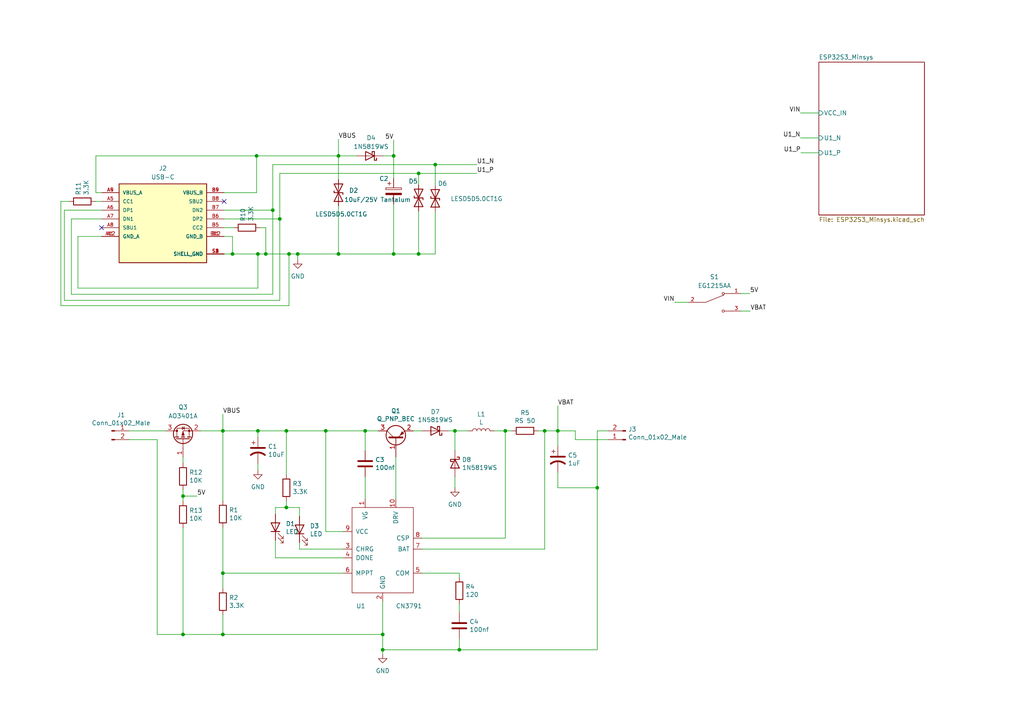
<source format=kicad_sch>
(kicad_sch (version 20230121) (generator eeschema)
  (paper "A4")
  (lib_symbols
    (symbol "Connector:Conn_01x02_Male" (pin_names (offset 1.016) hide)
      (property "Reference" "J" (at 0 2.54 0))
      (property "Value" "Conn_01x02_Male" (at 0 -5.08 0))
      (symbol "Conn_01x02_Male_1_1"
        (polyline (pts (xy 1.27 -2.54) (xy 0.8636 -2.54)) (stroke (width 0.1524)))
        (polyline (pts (xy 1.27 0) (xy 0.8636 0)) (stroke (width 0.1524)))
        (rectangle (start 0.8636 -2.413) (end 0 -2.667) (stroke (width 0.1524)) (fill (type outline)))
        (rectangle (start 0.8636 0.127) (end 0 -0.127) (stroke (width 0.1524)) (fill (type outline)))
        (pin passive line (at 5.08 0 180) (length 3.81) (name "Pin_1") (number "1"))
        (pin passive line (at 5.08 -2.54 180) (length 3.81) (name "Pin_2") (number "2"))
      )
    )
    (symbol "Custom_Symbol:CN3791" (pin_names (offset 1.016))
      (property "Reference" "U" (at -1.27 22.225 0))
      (property "Value" "Custom_Symbol_CN3791" (at 0.635 -0.635 90))
      (symbol "CN3791_0_1"
        (rectangle (start -8.89 12.065) (end 8.89 -12.7))
      )
      (symbol "CN3791_1_1"
        (pin input line (at -5.08 14.605 270) (length 2.54) (name "VG") (number "1"))
        (pin output line (at 3.81 14.605 270) (length 2.54) (name "DRV") (number "10"))
        (pin input line (at 0 -15.24 90) (length 2.54) (name "GND") (number "2"))
        (pin input line (at -11.43 0 0) (length 2.54) (name "CHRG") (number "3"))
        (pin input line (at -11.43 -2.54 0) (length 2.54) (name "DONE") (number "4"))
        (pin input line (at 11.43 -6.985 180) (length 2.54) (name "COM") (number "5"))
        (pin input line (at -11.43 -6.985 0) (length 2.54) (name "MPPT") (number "6"))
        (pin output line (at 11.43 0 180) (length 2.54) (name "BAT") (number "7"))
        (pin input line (at 11.43 3.175 180) (length 2.54) (name "CSP") (number "8"))
        (pin input line (at -11.43 5.08 0) (length 2.54) (name "VCC") (number "9"))
      )
    )
    (symbol "Custom_Symbol:SW_SPST_Slide_side" (pin_names (offset 1.016))
      (property "Reference" "S" (at -2.54 5.08 0))
      (property "Value" "EG1215AA" (at -2.54 -5.08 0))
      (symbol "SW_SPST_Slide_side_0_0"
        (polyline (pts (xy -2.54 0) (xy -5.08 0)) (stroke (width 0.1524)))
        (polyline (pts (xy -2.54 0) (xy 2.794 2.1336)) (stroke (width 0.1524)))
        (polyline (pts (xy 5.08 -2.54) (xy 2.921 -2.54)) (stroke (width 0.1524)))
        (polyline (pts (xy 5.08 2.54) (xy 2.921 2.54)) (stroke (width 0.1524)))
        (circle (center 2.54 -2.54) (radius 0.3302) (stroke (width 0.1524)))
        (circle (center 2.54 2.54) (radius 0.3302) (stroke (width 0.1524)))
        (pin passive line (at 7.62 2.54 180) (length 2.54) (name "~") (number "1"))
        (pin passive line (at -7.62 0 0) (length 2.54) (name "~") (number "2"))
        (pin passive line (at 7.62 -2.54 180) (length 2.54) (name "~") (number "3"))
      )
    )
    (symbol "Custom_Symbol:USB-C" (pin_names (offset 1.016))
      (property "Reference" "J" (at -12.7 13.462 0))
      (property "Value" "USB-C" (at -12.7 -12.7 0))
      (symbol "USB-C_0_0"
        (rectangle (start -12.7 -10.16) (end 12.7 12.7) (stroke (width 0.254)) (fill (type background)))
        (pin power_in line (at -17.78 -2.54 0) (length 5.08) (name "GND_A") (number "A1"))
        (pin power_in line (at -17.78 -2.54 0) (length 5.08) (name "GND_A") (number "A12"))
        (pin power_in line (at -17.78 10.16 0) (length 5.08) (name "VBUS_A") (number "A4"))
        (pin bidirectional line (at -17.78 7.62 0) (length 5.08) (name "CC1") (number "A5"))
        (pin bidirectional line (at -17.78 5.08 0) (length 5.08) (name "DP1") (number "A6"))
        (pin bidirectional line (at -17.78 2.54 0) (length 5.08) (name "DN1") (number "A7"))
        (pin bidirectional line (at -17.78 0 0) (length 5.08) (name "SBU1") (number "A8"))
        (pin power_in line (at -17.78 10.16 0) (length 5.08) (name "VBUS_A") (number "A9"))
        (pin power_in line (at 17.78 -2.54 180) (length 5.08) (name "GND_B") (number "B1"))
        (pin power_in line (at 17.78 -2.54 180) (length 5.08) (name "GND_B") (number "B12"))
        (pin power_in line (at 17.78 10.16 180) (length 5.08) (name "VBUS_B") (number "B4"))
        (pin bidirectional line (at 17.78 0 180) (length 5.08) (name "CC2") (number "B5"))
        (pin bidirectional line (at 17.78 2.54 180) (length 5.08) (name "DP2") (number "B6"))
        (pin bidirectional line (at 17.78 5.08 180) (length 5.08) (name "DN2") (number "B7"))
        (pin bidirectional line (at 17.78 7.62 180) (length 5.08) (name "SBU2") (number "B8"))
        (pin power_in line (at 17.78 10.16 180) (length 5.08) (name "VBUS_B") (number "B9"))
        (pin power_in line (at 17.78 -7.62 180) (length 5.08) (name "SHELL_GND") (number "S1"))
        (pin power_in line (at 17.78 -7.62 180) (length 5.08) (name "SHELL_GND") (number "S2"))
        (pin power_in line (at 17.78 -7.62 180) (length 5.08) (name "SHELL_GND") (number "S3"))
        (pin power_in line (at 17.78 -7.62 180) (length 5.08) (name "SHELL_GND") (number "S4"))
      )
    )
    (symbol "Device:C" (pin_numbers hide) (pin_names (offset 0.254))
      (property "Reference" "C" (at 0.635 2.54 0))
      (property "Value" "C" (at 0.635 -2.54 0))
      (symbol "C_0_1"
        (polyline (pts (xy -2.032 -0.762) (xy 2.032 -0.762)) (stroke (width 0.508)))
        (polyline (pts (xy -2.032 0.762) (xy 2.032 0.762)) (stroke (width 0.508)))
      )
      (symbol "C_1_1"
        (pin passive line (at 0 3.81 270) (length 2.794) (name "~") (number "1"))
        (pin passive line (at 0 -3.81 90) (length 2.794) (name "~") (number "2"))
      )
    )
    (symbol "Device:CP1" (pin_numbers hide) (pin_names (offset 0.254) hide)
      (property "Reference" "C" (at 0.635 2.54 0))
      (property "Value" "Device_CP1" (at 0.635 -2.54 0))
      (symbol "CP1_0_1"
        (polyline (pts (xy -2.032 0.762) (xy 2.032 0.762)) (stroke (width 0.508)))
        (polyline (pts (xy -1.778 2.286) (xy -0.762 2.286)))
        (polyline (pts (xy -1.27 1.778) (xy -1.27 2.794)))
        (arc (start 2.032 -1.27) (mid 0 -0.5572) (end -2.032 -1.27) (stroke (width 0.508)))
      )
      (symbol "CP1_1_1"
        (pin passive line (at 0 3.81 270) (length 2.794) (name "~") (number "1"))
        (pin passive line (at 0 -3.81 90) (length 3.302) (name "~") (number "2"))
      )
    )
    (symbol "Device:C_Polarized" (pin_numbers hide) (pin_names (offset 0.254))
      (property "Reference" "C" (at 0.635 2.54 0))
      (property "Value" "C_Polarized" (at 0.635 -2.54 0))
      (symbol "C_Polarized_0_1"
        (rectangle (start -2.286 0.508) (end 2.286 1.016))
        (polyline (pts (xy -1.778 2.286) (xy -0.762 2.286)))
        (polyline (pts (xy -1.27 2.794) (xy -1.27 1.778)))
        (rectangle (start 2.286 -0.508) (end -2.286 -1.016) (fill (type outline)))
      )
      (symbol "C_Polarized_1_1"
        (pin passive line (at 0 3.81 270) (length 2.794) (name "~") (number "1"))
        (pin passive line (at 0 -3.81 90) (length 2.794) (name "~") (number "2"))
      )
    )
    (symbol "Device:D_Schottky" (pin_numbers hide) (pin_names (offset 1.016) hide)
      (property "Reference" "D" (at 0 2.54 0))
      (property "Value" "D_Schottky" (at 0 -2.54 0))
      (symbol "D_Schottky_0_1"
        (polyline (pts (xy 1.27 0) (xy -1.27 0)))
        (polyline (pts (xy 1.27 1.27) (xy 1.27 -1.27) (xy -1.27 0) (xy 1.27 1.27)) (stroke (width 0.254)))
        (polyline (pts (xy -1.905 0.635) (xy -1.905 1.27) (xy -1.27 1.27) (xy -1.27 -1.27) (xy -0.635 -1.27) (xy -0.635 -0.635)) (stroke (width 0.254)))
      )
      (symbol "D_Schottky_1_1"
        (pin passive line (at -3.81 0 0) (length 2.54) (name "K") (number "1"))
        (pin passive line (at 3.81 0 180) (length 2.54) (name "A") (number "2"))
      )
    )
    (symbol "Device:D_TVS" (pin_numbers hide) (pin_names (offset 1.016) hide)
      (property "Reference" "D" (at 0 2.54 0))
      (property "Value" "D_TVS" (at 0 -2.54 0))
      (symbol "D_TVS_0_1"
        (polyline (pts (xy 1.27 0) (xy -1.27 0)))
        (polyline (pts (xy 0.508 1.27) (xy 0 1.27) (xy 0 -1.27) (xy -0.508 -1.27)) (stroke (width 0.254)))
        (polyline (pts (xy -2.54 1.27) (xy -2.54 -1.27) (xy 2.54 1.27) (xy 2.54 -1.27) (xy -2.54 1.27)) (stroke (width 0.254)))
      )
      (symbol "D_TVS_1_1"
        (pin passive line (at -3.81 0 0) (length 2.54) (name "A1") (number "1"))
        (pin passive line (at 3.81 0 180) (length 2.54) (name "A2") (number "2"))
      )
    )
    (symbol "Device:L" (pin_numbers hide) (pin_names (offset 1.016) hide)
      (property "Reference" "L" (at -1.27 0 90))
      (property "Value" "L" (at 1.905 0 90))
      (symbol "L_0_1"
        (arc (start 0 -2.54) (mid 0.6323 -1.905) (end 0 -1.27))
        (arc (start 0 -1.27) (mid 0.6323 -0.635) (end 0 0))
        (arc (start 0 0) (mid 0.6323 0.635) (end 0 1.27))
        (arc (start 0 1.27) (mid 0.6323 1.905) (end 0 2.54))
      )
      (symbol "L_1_1"
        (pin passive line (at 0 3.81 270) (length 1.27) (name "1") (number "1"))
        (pin passive line (at 0 -3.81 90) (length 1.27) (name "2") (number "2"))
      )
    )
    (symbol "Device:LED" (pin_numbers hide) (pin_names (offset 1.016) hide)
      (property "Reference" "D" (at 0 2.54 0))
      (property "Value" "LED" (at 0 -2.54 0))
      (symbol "LED_0_1"
        (polyline (pts (xy -1.27 -1.27) (xy -1.27 1.27)) (stroke (width 0.254)))
        (polyline (pts (xy -1.27 0) (xy 1.27 0)))
        (polyline (pts (xy 1.27 -1.27) (xy 1.27 1.27) (xy -1.27 0) (xy 1.27 -1.27)) (stroke (width 0.254)))
        (polyline (pts (xy -3.048 -0.762) (xy -4.572 -2.286) (xy -3.81 -2.286) (xy -4.572 -2.286) (xy -4.572 -1.524)))
        (polyline (pts (xy -1.778 -0.762) (xy -3.302 -2.286) (xy -2.54 -2.286) (xy -3.302 -2.286) (xy -3.302 -1.524)))
      )
      (symbol "LED_1_1"
        (pin passive line (at -3.81 0 0) (length 2.54) (name "K") (number "1"))
        (pin passive line (at 3.81 0 180) (length 2.54) (name "A") (number "2"))
      )
    )
    (symbol "Device:Q_PNP_BEC" (pin_names (offset 0) hide)
      (property "Reference" "Q" (at 5.08 1.27 0))
      (property "Value" "Q_PNP_BEC" (at 5.08 -1.27 0))
      (symbol "Q_PNP_BEC_0_1"
        (polyline (pts (xy 0.635 0.635) (xy 2.54 2.54)))
        (polyline (pts (xy 0.635 -0.635) (xy 2.54 -2.54) (xy 2.54 -2.54)))
        (polyline (pts (xy 0.635 1.905) (xy 0.635 -1.905) (xy 0.635 -1.905)) (stroke (width 0.508)))
        (polyline (pts (xy 2.286 -1.778) (xy 1.778 -2.286) (xy 1.27 -1.27) (xy 2.286 -1.778) (xy 2.286 -1.778)) (fill (type outline)))
        (circle (center 1.27 0) (radius 2.8194) (stroke (width 0.254)))
      )
      (symbol "Q_PNP_BEC_1_1"
        (pin input line (at -5.08 0 0) (length 5.715) (name "B") (number "1"))
        (pin passive line (at 2.54 -5.08 90) (length 2.54) (name "E") (number "2"))
        (pin passive line (at 2.54 5.08 270) (length 2.54) (name "C") (number "3"))
      )
    )
    (symbol "Device:R" (pin_numbers hide) (pin_names (offset 0))
      (property "Reference" "R" (at 2.032 0 90))
      (property "Value" "R" (at 0 0 90))
      (symbol "R_0_1"
        (rectangle (start -1.016 -2.54) (end 1.016 2.54) (stroke (width 0.254)))
      )
      (symbol "R_1_1"
        (pin passive line (at 0 3.81 270) (length 1.27) (name "~") (number "1"))
        (pin passive line (at 0 -3.81 90) (length 1.27) (name "~") (number "2"))
      )
    )
    (symbol "Diode:1N5819WS" (pin_numbers hide) (pin_names (offset 1.016) hide)
      (property "Reference" "D" (at 0 2.54 0))
      (property "Value" "1N5819WS" (at 0 -2.54 0))
      (symbol "1N5819WS_0_1"
        (polyline (pts (xy 1.27 0) (xy -1.27 0)))
        (polyline (pts (xy 1.27 1.27) (xy 1.27 -1.27) (xy -1.27 0) (xy 1.27 1.27)) (stroke (width 0.254)))
        (polyline (pts (xy -1.905 0.635) (xy -1.905 1.27) (xy -1.27 1.27) (xy -1.27 -1.27) (xy -0.635 -1.27) (xy -0.635 -0.635)) (stroke (width 0.254)))
      )
      (symbol "1N5819WS_1_1"
        (pin passive line (at -3.81 0 0) (length 2.54) (name "K") (number "1"))
        (pin passive line (at 3.81 0 180) (length 2.54) (name "A") (number "2"))
      )
    )
    (symbol "GND_1" (power) (pin_names (offset 0))
      (property "Value" "GND_1" (at 0 -3.81 0))
      (symbol "GND_1_0_1"
        (polyline (pts (xy 0 0) (xy 0 -1.27) (xy 1.27 -1.27) (xy 0 -2.54) (xy -1.27 -1.27) (xy 0 -1.27)))
      )
      (symbol "GND_1_1_1"
        (pin power_in line (at 0 0 270) (length 0) hide (name "GND") (number "1"))
      )
    )
    (symbol "Transistor_FET:AO3401A" (pin_names hide)
      (property "Reference" "Q" (at 5.08 1.905 0))
      (property "Value" "AO3401A" (at 5.08 0 0))
      (symbol "AO3401A_0_1"
        (polyline (pts (xy 0.254 0) (xy -2.54 0)))
        (polyline (pts (xy 0.254 1.905) (xy 0.254 -1.905)) (stroke (width 0.254)))
        (polyline (pts (xy 0.762 -1.27) (xy 0.762 -2.286)) (stroke (width 0.254)))
        (polyline (pts (xy 0.762 0.508) (xy 0.762 -0.508)) (stroke (width 0.254)))
        (polyline (pts (xy 0.762 2.286) (xy 0.762 1.27)) (stroke (width 0.254)))
        (polyline (pts (xy 2.54 2.54) (xy 2.54 1.778)))
        (polyline (pts (xy 2.54 -2.54) (xy 2.54 0) (xy 0.762 0)))
        (polyline (pts (xy 0.762 1.778) (xy 3.302 1.778) (xy 3.302 -1.778) (xy 0.762 -1.778)))
        (polyline (pts (xy 2.286 0) (xy 1.27 0.381) (xy 1.27 -0.381) (xy 2.286 0)) (fill (type outline)))
        (polyline (pts (xy 2.794 -0.508) (xy 2.921 -0.381) (xy 3.683 -0.381) (xy 3.81 -0.254)))
        (polyline (pts (xy 3.302 -0.381) (xy 2.921 0.254) (xy 3.683 0.254) (xy 3.302 -0.381)))
        (circle (center 1.651 0) (radius 2.794) (stroke (width 0.254)))
        (circle (center 2.54 -1.778) (radius 0.254) (fill (type outline)))
        (circle (center 2.54 1.778) (radius 0.254) (fill (type outline)))
      )
      (symbol "AO3401A_1_1"
        (pin input line (at -5.08 0 0) (length 2.54) (name "G") (number "1"))
        (pin passive line (at 2.54 -5.08 90) (length 2.54) (name "S") (number "2"))
        (pin passive line (at 2.54 5.08 270) (length 2.54) (name "D") (number "3"))
      )
    )
  )
  (junction (at 83.058 124.968))
  (junction (at 53.086 143.891))
  (junction (at 77.089 73.66))
  (junction (at 67.437 73.66))
  (junction (at 133.223 188.468))
  (junction (at 64.643 184.023))
  (junction (at 110.998 184.023))
  (junction (at 121.412 50.292))
  (junction (at 83.058 147.193))
  (junction (at 74.803 73.66))
  (junction (at 81.153 63.5))
  (junction (at 98.171 73.66))
  (junction (at 74.422 45.212))
  (junction (at 64.643 166.243))
  (junction (at 83.82 73.66))
  (junction (at 126.238 47.752))
  (junction (at 98.171 45.212))
  (junction (at 121.412 73.66))
  (junction (at 86.36 73.66))
  (junction (at 157.988 124.968))
  (junction (at 114.173 45.212))
  (junction (at 105.918 124.968))
  (junction (at 114.173 73.66))
  (junction (at 53.086 184.023))
  (junction (at 110.998 188.468))
  (junction (at 79.121 60.96))
  (junction (at 161.798 124.968))
  (junction (at 146.558 124.968))
  (junction (at 64.643 124.968))
  (junction (at 131.953 124.968))
  (junction (at 173.228 141.478))
  (junction (at 74.803 124.968))
  (junction (at 94.488 124.968))
  (no_connect (at 65.024 58.42))
  (no_connect (at 29.464 66.04))
  (wire (pts (xy 119.888 124.968) (xy 122.428 124.968)))
  (wire (pts (xy 83.82 88.646) (xy 83.82 73.66)))
  (wire (pts (xy 86.868 159.258) (xy 86.868 157.353)))
  (wire (pts (xy 58.166 124.968) (xy 64.643 124.968)))
  (wire (pts (xy 98.171 59.69) (xy 98.171 73.66)))
  (wire (pts (xy 53.086 153.035) (xy 53.086 184.023)))
  (wire (pts (xy 133.223 166.243) (xy 133.223 167.513)))
  (wire (pts (xy 114.173 45.212) (xy 114.173 51.689)))
  (wire (pts (xy 64.643 184.023) (xy 64.643 178.308)))
  (wire (pts (xy 161.798 129.413) (xy 161.798 124.968)))
  (wire (pts (xy 195.6562 87.6808) (xy 199.5932 87.6808)))
  (wire (pts (xy 64.643 170.688) (xy 64.643 166.243)))
  (wire (pts (xy 173.228 124.968) (xy 173.228 141.478)))
  (wire (pts (xy 17.653 88.646) (xy 83.82 88.646)))
  (wire (pts (xy 161.798 141.478) (xy 173.228 141.478)))
  (wire (pts (xy 29.464 68.58) (xy 22.606 68.58)))
  (wire (pts (xy 20.701 85.344) (xy 79.121 85.344)))
  (wire (pts (xy 121.412 50.292) (xy 138.303 50.292)))
  (wire (pts (xy 83.058 137.668) (xy 83.058 124.968)))
  (wire (pts (xy 79.121 47.752) (xy 126.238 47.752)))
  (wire (pts (xy 74.803 73.66) (xy 77.089 73.66)))
  (wire (pts (xy 146.558 124.968) (xy 148.463 124.968)))
  (wire (pts (xy 79.883 156.718) (xy 79.883 161.798)))
  (wire (pts (xy 81.153 50.292) (xy 121.412 50.292)))
  (wire (pts (xy 65.024 60.96) (xy 79.121 60.96)))
  (wire (pts (xy 74.803 126.873) (xy 74.803 124.968)))
  (wire (pts (xy 83.82 73.66) (xy 86.36 73.66)))
  (wire (pts (xy 53.086 184.023) (xy 64.643 184.023)))
  (wire (pts (xy 121.412 50.292) (xy 121.412 53.594)))
  (wire (pts (xy 232.156 40.005) (xy 237.49 40.005)))
  (wire (pts (xy 20.066 58.42) (xy 17.653 58.42)))
  (wire (pts (xy 27.686 58.42) (xy 29.464 58.42)))
  (wire (pts (xy 74.422 45.212) (xy 98.171 45.212)))
  (wire (pts (xy 29.464 55.88) (xy 27.813 55.88)))
  (wire (pts (xy 131.953 124.968) (xy 135.763 124.968)))
  (wire (pts (xy 45.593 184.023) (xy 53.086 184.023)))
  (wire (pts (xy 75.438 66.04) (xy 77.089 66.04)))
  (wire (pts (xy 18.669 60.96) (xy 18.669 87.122)))
  (wire (pts (xy 114.173 40.64) (xy 114.173 45.212)))
  (wire (pts (xy 232.156 32.766) (xy 237.49 32.766)))
  (wire (pts (xy 156.083 124.968) (xy 157.988 124.968)))
  (wire (pts (xy 53.086 143.891) (xy 53.086 145.415)))
  (wire (pts (xy 105.918 124.968) (xy 109.728 124.968)))
  (wire (pts (xy 81.153 63.5) (xy 65.024 63.5)))
  (wire (pts (xy 53.086 132.588) (xy 53.086 134.366)))
  (wire (pts (xy 121.412 61.214) (xy 121.412 73.66)))
  (wire (pts (xy 27.813 55.88) (xy 27.813 45.212)))
  (wire (pts (xy 53.086 141.986) (xy 53.086 143.891)))
  (wire (pts (xy 133.223 188.468) (xy 110.998 188.468)))
  (wire (pts (xy 45.593 127.508) (xy 45.593 184.023)))
  (wire (pts (xy 86.36 73.66) (xy 98.171 73.66)))
  (wire (pts (xy 65.024 73.66) (xy 67.437 73.66)))
  (wire (pts (xy 22.606 68.58) (xy 22.606 83.566)))
  (wire (pts (xy 111.125 45.212) (xy 114.173 45.212)))
  (wire (pts (xy 53.086 143.891) (xy 57.15 143.891)))
  (wire (pts (xy 77.089 66.04) (xy 77.089 73.66)))
  (wire (pts (xy 157.988 124.968) (xy 161.798 124.968)))
  (wire (pts (xy 17.653 58.42) (xy 17.653 88.646)))
  (wire (pts (xy 114.808 132.588) (xy 114.808 144.653)))
  (wire (pts (xy 166.878 127.508) (xy 166.878 124.968)))
  (wire (pts (xy 83.058 147.193) (xy 79.883 147.193)))
  (wire (pts (xy 74.422 55.88) (xy 74.422 45.212)))
  (wire (pts (xy 67.437 68.58) (xy 67.437 73.66)))
  (wire (pts (xy 77.089 73.66) (xy 83.82 73.66)))
  (wire (pts (xy 74.803 136.398) (xy 74.803 134.493)))
  (wire (pts (xy 214.8332 90.2208) (xy 217.6272 90.2208)))
  (wire (pts (xy 64.643 124.968) (xy 64.643 145.288)))
  (wire (pts (xy 143.383 124.968) (xy 146.558 124.968)))
  (wire (pts (xy 232.283 44.323) (xy 237.49 44.323)))
  (wire (pts (xy 121.412 73.66) (xy 126.238 73.66)))
  (wire (pts (xy 83.058 145.288) (xy 83.058 147.193)))
  (wire (pts (xy 110.998 184.023) (xy 110.998 188.468)))
  (wire (pts (xy 122.428 166.243) (xy 133.223 166.243)))
  (wire (pts (xy 94.488 124.968) (xy 94.488 154.178)))
  (wire (pts (xy 110.998 174.498) (xy 110.998 184.023)))
  (wire (pts (xy 105.918 130.683) (xy 105.918 124.968)))
  (wire (pts (xy 126.238 47.752) (xy 138.303 47.752)))
  (wire (pts (xy 67.437 73.66) (xy 74.803 73.66)))
  (wire (pts (xy 79.883 147.193) (xy 79.883 149.098)))
  (wire (pts (xy 98.171 45.212) (xy 103.505 45.212)))
  (wire (pts (xy 94.488 154.178) (xy 99.568 154.178)))
  (wire (pts (xy 214.8332 85.1408) (xy 217.5002 85.1408)))
  (wire (pts (xy 126.238 61.341) (xy 126.238 73.66)))
  (wire (pts (xy 110.998 188.468) (xy 110.998 189.738)))
  (wire (pts (xy 161.798 117.729) (xy 161.798 124.968)))
  (wire (pts (xy 98.171 45.212) (xy 98.171 52.07)))
  (wire (pts (xy 173.228 141.478) (xy 173.228 188.468)))
  (wire (pts (xy 86.868 147.193) (xy 86.868 149.733)))
  (wire (pts (xy 65.024 55.88) (xy 74.422 55.88)))
  (wire (pts (xy 130.048 124.968) (xy 131.953 124.968)))
  (wire (pts (xy 157.988 159.258) (xy 157.988 124.968)))
  (wire (pts (xy 37.465 127.508) (xy 45.593 127.508)))
  (wire (pts (xy 161.798 137.033) (xy 161.798 141.478)))
  (wire (pts (xy 65.024 68.58) (xy 67.437 68.58)))
  (wire (pts (xy 37.465 124.968) (xy 48.006 124.968)))
  (wire (pts (xy 27.813 45.212) (xy 74.422 45.212)))
  (wire (pts (xy 98.171 73.66) (xy 114.173 73.66)))
  (wire (pts (xy 64.643 166.243) (xy 64.643 152.908)))
  (wire (pts (xy 133.223 175.133) (xy 133.223 177.673)))
  (wire (pts (xy 114.173 73.66) (xy 121.412 73.66)))
  (wire (pts (xy 20.701 63.5) (xy 20.701 85.344)))
  (wire (pts (xy 99.568 166.243) (xy 64.643 166.243)))
  (wire (pts (xy 29.464 63.5) (xy 20.701 63.5)))
  (wire (pts (xy 166.878 124.968) (xy 161.798 124.968)))
  (wire (pts (xy 105.918 138.303) (xy 105.918 144.653)))
  (wire (pts (xy 74.803 124.968) (xy 83.058 124.968)))
  (wire (pts (xy 79.883 161.798) (xy 99.568 161.798)))
  (wire (pts (xy 122.428 159.258) (xy 157.988 159.258)))
  (wire (pts (xy 64.643 120.142) (xy 64.643 124.968)))
  (wire (pts (xy 173.228 124.968) (xy 176.403 124.968)))
  (wire (pts (xy 131.953 138.303) (xy 131.953 141.478)))
  (wire (pts (xy 86.36 73.66) (xy 86.36 75.311)))
  (wire (pts (xy 65.024 66.04) (xy 67.818 66.04)))
  (wire (pts (xy 133.223 185.293) (xy 133.223 188.468)))
  (wire (pts (xy 22.606 83.566) (xy 74.803 83.566)))
  (wire (pts (xy 146.558 156.083) (xy 122.428 156.083)))
  (wire (pts (xy 18.669 87.122) (xy 81.153 87.122)))
  (wire (pts (xy 126.238 47.752) (xy 126.238 53.721)))
  (wire (pts (xy 79.121 85.344) (xy 79.121 60.96)))
  (wire (pts (xy 64.643 184.023) (xy 110.998 184.023)))
  (wire (pts (xy 94.488 124.968) (xy 105.918 124.968)))
  (wire (pts (xy 114.173 59.309) (xy 114.173 73.66)))
  (wire (pts (xy 86.868 159.258) (xy 99.568 159.258)))
  (wire (pts (xy 176.403 127.508) (xy 166.878 127.508)))
  (wire (pts (xy 81.153 87.122) (xy 81.153 63.5)))
  (wire (pts (xy 131.953 130.683) (xy 131.953 124.968)))
  (wire (pts (xy 81.153 50.292) (xy 81.153 63.5)))
  (wire (pts (xy 98.171 40.386) (xy 98.171 45.212)))
  (wire (pts (xy 133.223 188.468) (xy 173.228 188.468)))
  (wire (pts (xy 64.643 124.968) (xy 74.803 124.968)))
  (wire (pts (xy 74.803 83.566) (xy 74.803 73.66)))
  (wire (pts (xy 83.058 147.193) (xy 86.868 147.193)))
  (wire (pts (xy 79.121 60.96) (xy 79.121 47.752)))
  (wire (pts (xy 83.058 124.968) (xy 94.488 124.968)))
  (wire (pts (xy 146.558 124.968) (xy 146.558 156.083)))
  (wire (pts (xy 29.464 60.96) (xy 18.669 60.96)))
  (label "U1_N" (at 232.156 40.005 180))
  (label "U1_P" (at 232.283 44.323 180))
  (label "VIN" (at 232.156 32.766 180))
  (label "U1_P" (at 138.303 50.292 0))
  (label "VBAT" (at 217.6272 90.2208 0))
  (label "VBUS" (at 98.171 40.386 0))
  (label "VBUS" (at 64.643 120.142 0))
  (label "U1_N" (at 138.303 47.752 0))
  (label "VBAT" (at 161.798 117.729 0))
  (label "VIN" (at 195.6562 87.6808 180))
  (label "5V" (at 57.15 143.891 0))
  (label "5V" (at 217.5002 85.1408 0))
  (label "5V" (at 114.173 40.64 180))
  (symbol (lib_name "GND_1") (lib_id "power:GND") (at 110.998 189.738 0) (unit 1)
    (property "Reference" "#PWR03" (effects hide))
    (property "Value" "GND" (at 110.998 194.564 0))
  )
  (symbol (lib_id "Device:R") (at 53.086 138.176 0) (unit 1)
    (property "Reference" "R12" (at 54.864 137.0076 0) (effects (justify left)))
    (property "Value" "10K" (at 54.864 139.319 0) (effects (justify left)))
    (property "Footprint" "Resistor_SMD:R_0603_1608Metric_Pad0.98x0.95mm_HandSolder" (effects hide))
  )
  (symbol (lib_id "Device:CP1") (at 161.798 133.223 0) (unit 1)
    (property "Reference" "C5" (at 164.719 132.0546 0) (effects (justify left)))
    (property "Value" "1uF" (at 164.719 134.366 0) (effects (justify left)))
    (property "Footprint" "Capacitor_Tantalum_SMD:CP_EIA-3216-18_Kemet-A" (effects hide))
  )
  (symbol (lib_id "Device:C") (at 105.918 134.493 0) (unit 1)
    (property "Reference" "C3" (at 108.839 133.3246 0) (effects (justify left)))
    (property "Value" "100nf" (at 108.839 135.636 0) (effects (justify left)))
    (property "Footprint" "Capacitor_SMD:C_0603_1608Metric_Pad1.08x0.95mm_HandSolder" (effects hide))
  )
  (symbol (lib_id "Diode:1N5819WS") (at 107.315 45.212 180) (unit 1)
    (property "Reference" "D4" (at 107.6325 39.9796 0))
    (property "Value" "1N5819WS" (at 107.6325 42.5196 0))
    (property "Footprint" "Diode_SMD:D_SOD-123" (effects hide))
    (property "Datasheet" "https://datasheet.lcsc.com/lcsc/2204281430_Guangdong-Hottech-1N5819WS_C191023.pdf" (effects hide))
  )
  (symbol (lib_id "Custom_Symbol:CN3791") (at 110.998 159.258 0) (unit 1)
    (property "Reference" "U1" (at 104.648 175.768 0))
    (property "Value" "CN3791" (at 118.618 175.768 0))
    (property "Footprint" "Package_SO:SSOP-10_3.9x4.9mm_P1.00mm" (effects hide))
  )
  (symbol (lib_id "Device:R") (at 64.643 149.098 0) (unit 1)
    (property "Reference" "R1" (at 66.421 147.9296 0) (effects (justify left)))
    (property "Value" "10K" (at 66.421 150.241 0) (effects (justify left)))
    (property "Footprint" "Resistor_SMD:R_0603_1608Metric_Pad0.98x0.95mm_HandSolder" (effects hide))
  )
  (symbol (lib_id "Device:Q_PNP_BEC") (at 114.808 127.508 90) (unit 1)
    (property "Reference" "Q1" (at 114.808 119.1768 90))
    (property "Value" "Q_PNP_BEC" (at 114.808 121.4882 90))
    (property "Footprint" "Package_TO_SOT_SMD:SOT-23" (effects hide))
  )
  (symbol (lib_id "Device:C") (at 133.223 181.483 0) (unit 1)
    (property "Reference" "C4" (at 136.144 180.3146 0) (effects (justify left)))
    (property "Value" "100nf" (at 136.144 182.626 0) (effects (justify left)))
    (property "Footprint" "Capacitor_SMD:C_0603_1608Metric_Pad1.08x0.95mm_HandSolder" (effects hide))
  )
  (symbol (lib_id "Connector:Conn_01x02_Male") (at 32.385 124.968 0) (unit 1)
    (property "Reference" "J1" (at 35.1282 120.3706 0))
    (property "Value" "Conn_01x02_Male" (at 35.1282 122.682 0))
    (property "Footprint" "Connector_JST:JST_EH_B2B-EH-A_1x02_P2.50mm_Vertical" (effects hide))
  )
  (symbol (lib_id "Connector:Conn_01x02_Male") (at 181.483 127.508 180) (unit 1)
    (property "Reference" "J3" (at 182.1942 124.5108 0) (effects (justify right)))
    (property "Value" "Conn_01x02_Male" (at 182.1942 126.8222 0) (effects (justify right)))
    (property "Footprint" "Connector_JST:JST_GH_SM02B-GHS-TB_1x02-1MP_P1.25mm_Horizontal" (effects hide))
  )
  (symbol (lib_id "Device:D_TVS") (at 98.171 55.88 90) (unit 1)
    (property "Reference" "D2" (at 101.219 55.245 90) (effects (justify right)))
    (property "Value" "LESD5D5.0CT1G" (at 91.44 62.103 90) (effects (justify right)))
    (property "Footprint" "Diode_SMD:D_SOD-523" (effects hide))
  )
  (symbol (lib_name "GND_1") (lib_id "power:GND") (at 86.36 75.311 0) (unit 1)
    (property "Reference" "#PWR02" (effects hide))
    (property "Value" "GND" (at 86.36 80.137 0))
  )
  (symbol (lib_id "Device:R") (at 133.223 171.323 180) (unit 1)
    (property "Reference" "R4" (at 135.001 170.1546 0) (effects (justify right)))
    (property "Value" "120" (at 135.001 172.466 0) (effects (justify right)))
    (property "Footprint" "Resistor_SMD:R_0603_1608Metric_Pad0.98x0.95mm_HandSolder" (effects hide))
  )
  (symbol (lib_id "Device:D_TVS") (at 126.238 57.531 90) (unit 1)
    (property "Reference" "D6" (at 127 53.213 90) (effects (justify right)))
    (property "Value" "LESD5D5.0CT1G" (at 130.683 57.658 90) (effects (justify right)))
    (property "Footprint" "Diode_SMD:D_SOD-523" (effects hide))
  )
  (symbol (lib_id "Custom_Symbol:USB-C") (at 47.244 66.04 0) (unit 1)
    (property "Reference" "J2" (at 47.244 48.8188 0))
    (property "Value" "USB-C" (at 47.244 51.3588 0))
    (property "Footprint" "Custom_Footprints:USB-C-2" (effects hide))
    (property "MF" "Valcon" (effects hide))
    (property "MAXIMUM_PACKAGE_HEIGHT" "3.26 mm" (effects hide))
    (property "Package" "None" (effects hide))
    (property "Price" "None" (effects hide))
    (property "Check_prices" "https://www.snapeda.com/parts/CSP-USC16-TR/Valcon/view-part/?ref=eda" (effects hide))
    (property "STANDARD" "Manufacturer Recommendations" (effects hide))
    (property "PARTREV" "A0" (effects hide))
    (property "SnapEDA_Link" "https://www.snapeda.com/parts/CSP-USC16-TR/Valcon/view-part/?ref=snap" (effects hide))
    (property "MP" "CSP-USC16-TR" (effects hide))
    (property "Description" "\nCSP-USC16-TR Valcon USB Type C Surface Mount PCB Socket\n" (effects hide))
    (property "Availability" "In Stock" (effects hide))
    (property "MANUFACTURER" "Valcon" (effects hide))
  )
  (symbol (lib_id "Device:R") (at 71.628 66.04 90) (unit 1)
    (property "Reference" "R10" (at 70.4596 64.262 0) (effects (justify left)))
    (property "Value" "3.3K" (at 72.771 64.262 0) (effects (justify left)))
    (property "Footprint" "Resistor_SMD:R_0603_1608Metric_Pad0.98x0.95mm_HandSolder" (effects hide))
  )
  (symbol (lib_name "GND_1") (lib_id "power:GND") (at 131.953 141.478 0) (unit 1)
    (property "Reference" "#PWR04" (effects hide))
    (property "Value" "GND" (at 131.953 146.304 0))
  )
  (symbol (lib_id "Device:LED") (at 79.883 152.908 90) (unit 1)
    (property "Reference" "D1" (at 82.8802 151.9174 90) (effects (justify right)))
    (property "Value" "LED" (at 82.8802 154.2288 90) (effects (justify right)))
    (property "Footprint" "LED_SMD:LED_0603_1608Metric_Pad1.05x0.95mm_HandSolder" (effects hide))
  )
  (symbol (lib_id "Custom_Symbol:SW_SPST_Slide_side") (at 207.2132 87.6808 0) (unit 1)
    (property "Reference" "S1" (at 207.2132 80.3148 0))
    (property "Value" "EG1215AA" (at 207.2132 82.8548 0))
    (property "Footprint" "Custom_Footprints:SW_Slide_SPST_Side" (effects hide))
    (property "MF" "E-Switch" (effects hide))
    (property "MAXIMUM_PACKAGE_HEIGHT" "1.40mm" (effects hide))
    (property "Package" "None" (effects hide))
    (property "Price" "None" (effects hide))
    (property "Check_prices" "https://www.snapeda.com/parts/EG1215AA/E-Switch/view-part/?ref=eda" (effects hide))
    (property "STANDARD" "Manufacturer Recommendations" (effects hide))
    (property "PARTREV" "A" (effects hide))
    (property "SnapEDA_Link" "https://www.snapeda.com/parts/EG1215AA/E-Switch/view-part/?ref=snap" (effects hide))
    (property "MP" "EG1215AA" (effects hide))
    (property "Purchase-URL" "https://www.snapeda.com/api/url_track_click_mouser/?unipart_id=3210616&manufacturer=E-Switch&part_name=EG1215AA&search_term=slide switch" (effects hide))
    (property "Description" "\nSlide Switch SPDT Surface Mount, Right Angle\n" (effects hide))
    (property "Availability" "In Stock" (effects hide))
    (property "MANUFACTURER" "E Switch" (effects hide))
  )
  (symbol (lib_id "Device:R") (at 23.876 58.42 90) (unit 1)
    (property "Reference" "R11" (at 22.7076 56.642 0) (effects (justify left)))
    (property "Value" "3.3K" (at 25.019 56.642 0) (effects (justify left)))
    (property "Footprint" "Resistor_SMD:R_0603_1608Metric_Pad0.98x0.95mm_HandSolder" (effects hide))
  )
  (symbol (lib_id "Device:C_Polarized") (at 114.173 55.499 0) (unit 1)
    (property "Reference" "C2" (at 109.982 51.816 0) (effects (justify left)))
    (property "Value" "10uF/25V Tantalum" (at 99.822 57.912 0) (effects (justify left)))
    (property "Footprint" "Capacitor_Tantalum_SMD:CP_EIA-3216-18_Kemet-A_Pad1.58x1.35mm_HandSolder" (effects hide))
  )
  (symbol (lib_id "Device:D_Schottky") (at 131.953 134.493 270) (unit 1)
    (property "Reference" "D8" (at 133.985 133.3246 90) (effects (justify left)))
    (property "Value" "1N5819WS" (at 133.985 135.636 90) (effects (justify left)))
    (property "Footprint" "Diode_SMD:D_SOD-123" (effects hide))
  )
  (symbol (lib_id "Device:R") (at 64.643 174.498 0) (unit 1)
    (property "Reference" "R2" (at 66.421 173.3296 0) (effects (justify left)))
    (property "Value" "3.3K" (at 66.421 175.641 0) (effects (justify left)))
    (property "Footprint" "Resistor_SMD:R_0603_1608Metric_Pad0.98x0.95mm_HandSolder" (effects hide))
  )
  (symbol (lib_id "Device:R") (at 53.086 149.225 0) (unit 1)
    (property "Reference" "R13" (at 54.864 148.0566 0) (effects (justify left)))
    (property "Value" "10K" (at 54.864 150.368 0) (effects (justify left)))
    (property "Footprint" "Resistor_SMD:R_0603_1608Metric_Pad0.98x0.95mm_HandSolder" (effects hide))
  )
  (symbol (lib_id "Device:R") (at 152.273 124.968 270) (unit 1)
    (property "Reference" "R5" (at 152.273 119.7102 90))
    (property "Value" "RS 50" (at 152.273 122.0216 90))
    (property "Footprint" "Resistor_SMD:R_1206_3216Metric_Pad1.30x1.75mm_HandSolder" (effects hide))
  )
  (symbol (lib_id "Transistor_FET:AO3401A") (at 53.086 127.508 90) (unit 1)
    (property "Reference" "Q3" (at 53.086 118.11 90))
    (property "Value" "AO3401A" (at 53.086 120.65 90))
    (property "Footprint" "Package_TO_SOT_SMD:SOT-23" (effects hide))
    (property "Datasheet" "http://www.aosmd.com/pdfs/datasheet/AO3401A.pdf" (effects hide))
  )
  (symbol (lib_id "Device:D_Schottky") (at 126.238 124.968 180) (unit 1)
    (property "Reference" "D7" (at 126.238 119.4562 0))
    (property "Value" "1N5819WS" (at 126.238 121.7676 0))
    (property "Footprint" "Diode_SMD:D_SOD-123" (effects hide))
  )
  (symbol (lib_id "Device:CP1") (at 74.803 130.683 0) (unit 1)
    (property "Reference" "C1" (at 77.724 129.5146 0) (effects (justify left)))
    (property "Value" "10uF" (at 77.724 131.826 0) (effects (justify left)))
    (property "Footprint" "Capacitor_Tantalum_SMD:CP_EIA-3216-18_Kemet-A_Pad1.58x1.35mm_HandSolder" (effects hide))
  )
  (symbol (lib_id "Device:LED") (at 86.868 153.543 90) (unit 1)
    (property "Reference" "D3" (at 89.8652 152.5524 90) (effects (justify right)))
    (property "Value" "LED" (at 89.8652 154.8638 90) (effects (justify right)))
    (property "Footprint" "LED_SMD:LED_0603_1608Metric_Pad1.05x0.95mm_HandSolder" (effects hide))
  )
  (symbol (lib_id "Device:L") (at 139.573 124.968 90) (unit 1)
    (property "Reference" "L1" (at 139.573 120.142 90))
    (property "Value" "L" (at 139.573 122.4534 90))
    (property "Footprint" "Inductor_SMD:L_Taiyo-Yuden_NR-50xx_HandSoldering" (effects hide))
  )
  (symbol (lib_id "Device:D_TVS") (at 121.412 57.404 90) (unit 1)
    (property "Reference" "D5" (at 118.491 52.578 90) (effects (justify right)))
    (property "Value" "LESD5D5.0CT1G" (effects hide))
    (property "Footprint" "Diode_SMD:D_SOD-523" (effects hide))
  )
  (symbol (lib_id "Device:R") (at 83.058 141.478 0) (unit 1)
    (property "Reference" "R3" (at 84.836 140.3096 0) (effects (justify left)))
    (property "Value" "3.3K" (at 84.836 142.621 0) (effects (justify left)))
    (property "Footprint" "Resistor_SMD:R_0603_1608Metric_Pad0.98x0.95mm_HandSolder" (effects hide))
  )
  (symbol (lib_name "GND_1") (lib_id "power:GND") (at 74.803 136.398 0) (unit 1)
    (property "Reference" "#PWR01" (effects hide))
    (property "Value" "GND" (at 74.803 141.224 0))
  )
  (sheet (at 237.49 18.034) (size 30.6324 44.323) (stroke (width 0.1524))
    (property "Sheetname" "ESP32S3_Minsys" (at 237.49 17.3224 0) (effects (justify left bottom)))
    (property "Sheetfile" "ESP32S3_Minsys.kicad_sch" (at 237.49 62.9416 0) (effects (justify left top)))
    (pin "VCC_IN" input (at 237.49 32.766 180))
    (pin "U1_N" input (at 237.49 40.005 180))
    (pin "U1_P" input (at 237.49 44.323 180))
  )
)
</source>
